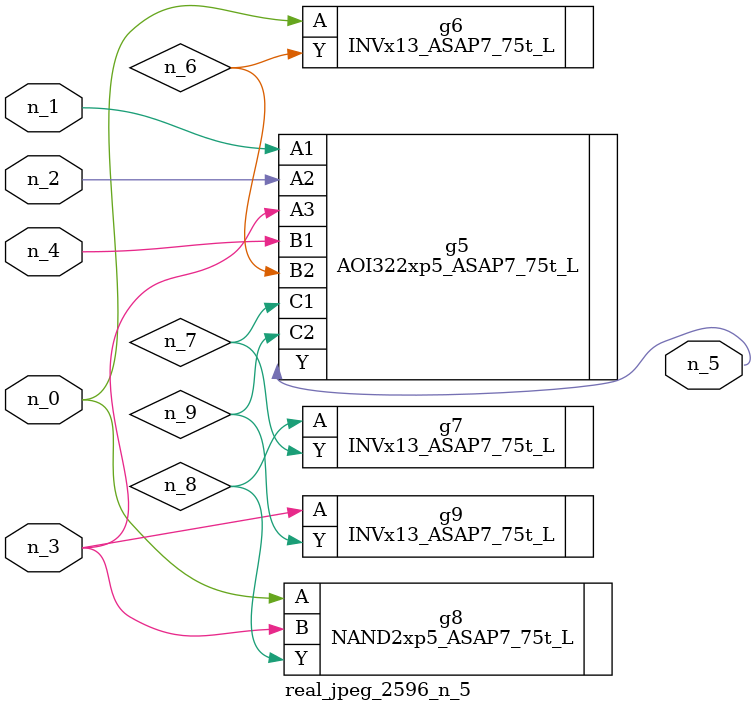
<source format=v>
module real_jpeg_2596_n_5 (n_4, n_0, n_1, n_2, n_3, n_5);

input n_4;
input n_0;
input n_1;
input n_2;
input n_3;

output n_5;

wire n_8;
wire n_6;
wire n_7;
wire n_9;

INVx13_ASAP7_75t_L g6 ( 
.A(n_0),
.Y(n_6)
);

NAND2xp5_ASAP7_75t_L g8 ( 
.A(n_0),
.B(n_3),
.Y(n_8)
);

AOI322xp5_ASAP7_75t_L g5 ( 
.A1(n_1),
.A2(n_2),
.A3(n_3),
.B1(n_4),
.B2(n_6),
.C1(n_7),
.C2(n_9),
.Y(n_5)
);

INVx13_ASAP7_75t_L g9 ( 
.A(n_3),
.Y(n_9)
);

INVx13_ASAP7_75t_L g7 ( 
.A(n_8),
.Y(n_7)
);


endmodule
</source>
